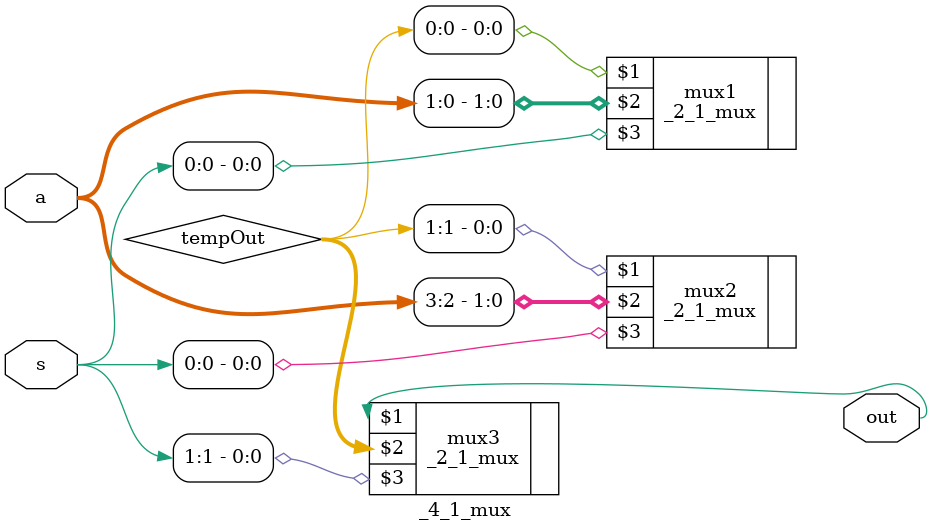
<source format=v>
module _4_1_mux(out,a,s);

input [3:0] a;
input [1:0] s;

output out;
wire [1:0]tempOut;

_2_1_mux mux1(tempOut[0],a[1:0],s[0]),
				mux2(tempOut[1],a[3:2],s[0]),
				mux3(out,tempOut,s[1]);

endmodule
</source>
